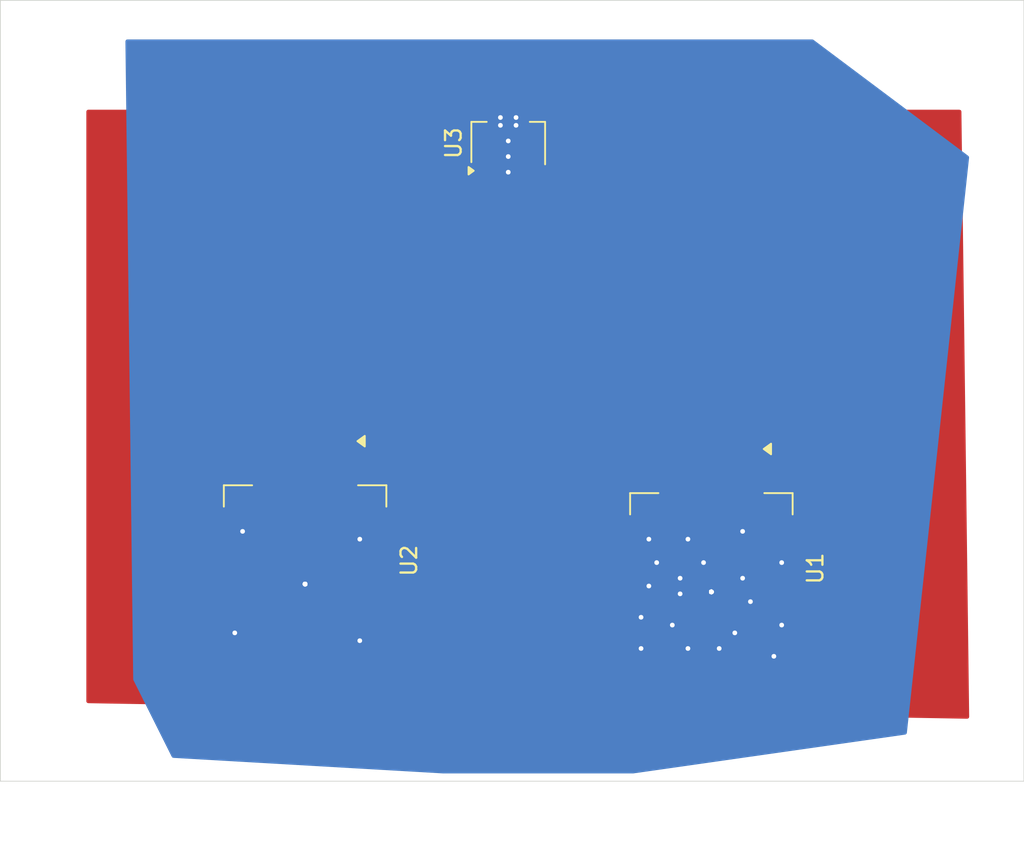
<source format=kicad_pcb>
(kicad_pcb (version 20241229) (generator "pcbnew") (generator_version "9.0")
  (layers (0 "F.Cu" signal) (4 "In1.Cu" signal) (6 "In2.Cu" signal) (8 "In3.Cu" signal) (10 "In4.Cu" signal) (2 "B.Cu" signal) (13 "F.Paste" user) (15 "B.Paste" user) (5 "F.SilkS" user "F.Silkscreen") (7 "B.SilkS" user "B.Silkscreen") (1 "F.Mask" user) (3 "B.Mask" user) (25 "Edge.Cuts" user))
  (net 0 "")
  (net 1 "Net-(U1-ADJ)")
  (net 2 "GND")
  (net 3 "Net-(U2-VO)")
  (net 4 "Net-(U1-VO)")
  (footprint "Package_TO_SOT_SMD:TO-263-2" (layer "F.Cu") (at 103 100.875 -90)
    (property "Reference" "U2" (at 0 -6.65 90) (layer "F.SilkS"))
    (property "Value" "LM337_TO263")
    (fp_line (start -4.825 5.2) (end -4.825 3.39) (stroke (width 0.12)) (layer "F.SilkS"))
    (fp_line (start -3.46 5.2) (end -4.825 5.2) (stroke (width 0.12)) (layer "F.SilkS"))
    (fp_line (start -4.825 -5.2) (end -4.825 -3.39) (stroke (width 0.12)) (layer "F.SilkS"))
    (fp_line (start -3.46 -5.2) (end -4.825 -5.2) (stroke (width 0.12)) (layer "F.SilkS"))
    (fp_poly (pts (xy -7.65 -3.35) (xy -7.99 -3.82) (xy -7.31 -3.82)) (stroke (width 0.12)) (fill yes) (layer "F.SilkS"))
    (pad "1" smd roundrect (at -7.65 -2.54 270) (size 4.6 1.1) (layers "F.Cu" "F.Mask" "F.Paste") (roundrect_rratio 0.227273) (net 4 "Net-(U1-VO)"))
    (pad "2" smd roundrect (at 1.5 0 270) (size 9.4 10.8) (layers "F.Cu" "F.Mask") (roundrect_rratio 0.026596) (net 2 "GND"))
    (pad "3" smd roundrect (at -7.65 2.54 270) (size 4.6 1.1) (layers "F.Cu" "F.Mask" "F.Paste") (roundrect_rratio 0.227273) (net 3 "Net-(U2-VO)"))
  )
  (footprint "Package_TO_SOT_SMD:SOT-89-3" (layer "F.Cu") (at 116 74.1375 90)
    (property "Reference" "U3" (at 0 -3.5 90) (layer "F.SilkS"))
    (property "Value" "L79L08_SOT89")
    (fp_line (start -1.22 -2.36) (end 1.36 -2.36) (stroke (width 0.12)) (layer "F.SilkS"))
    (fp_line (start 1.36 -1.38) (end 1.36 -2.36) (stroke (width 0.12)) (layer "F.SilkS"))
    (fp_line (start 1.36 1.38) (end 1.36 2.36) (stroke (width 0.12)) (layer "F.SilkS"))
    (fp_line (start 1.36 2.36) (end -1.36 2.36) (stroke (width 0.12)) (layer "F.SilkS"))
    (fp_poly (pts (xy -1.77 -2.21) (xy -2.01 -2.54) (xy -1.53 -2.54) (xy -1.77 -2.21)) (stroke (width 0.12)) (fill yes) (layer "F.SilkS"))
    (pad "1" smd roundrect (at -1.95 -1.5 90) (size 1.3 0.9) (layers "F.Cu" "F.Mask" "F.Paste") (net 3 "Net-(U2-VO)"))
    (pad "2" smd custom (at -1.8625 0 90) (size 1.475 0.9) (layers "F.Cu" "F.Mask" "F.Paste") (net 2 "GND") (options (clearance outline) (anchor rect)) (primitives (gr_poly (pts (xy 3.8625 0.8665) (xy 0.7375 0.8665) (xy 0.7375 -0.8665) (xy 3.8625 -0.8665)) (width 0) (fill yes))))
    (pad "3" smd roundrect (at -1.95 1.5 90) (size 1.3 0.9) (layers "F.Cu" "F.Mask" "F.Paste") (net 1 "Net-(U1-ADJ)"))
  )
  (footprint "Package_TO_SOT_SMD:TO-263-2" (layer "F.Cu") (at 129 101.375 -90)
    (property "Reference" "U1" (at 0 -6.65 90) (layer "F.SilkS"))
    (property "Value" "LM337_TO263")
    (fp_line (start -4.825 5.2) (end -4.825 3.39) (stroke (width 0.12)) (layer "F.SilkS"))
    (fp_line (start -3.46 5.2) (end -4.825 5.2) (stroke (width 0.12)) (layer "F.SilkS"))
    (fp_line (start -4.825 -5.2) (end -4.825 -3.39) (stroke (width 0.12)) (layer "F.SilkS"))
    (fp_line (start -3.46 -5.2) (end -4.825 -5.2) (stroke (width 0.12)) (layer "F.SilkS"))
    (fp_poly (pts (xy -7.65 -3.35) (xy -7.99 -3.82) (xy -7.31 -3.82)) (stroke (width 0.12)) (fill yes) (layer "F.SilkS"))
    (pad "1" smd roundrect (at -7.65 -2.54 270) (size 4.6 1.1) (layers "F.Cu" "F.Mask" "F.Paste") (roundrect_rratio 0.227273) (net 1 "Net-(U1-ADJ)"))
    (pad "2" smd roundrect (at 1.5 0 270) (size 9.4 10.8) (layers "F.Cu" "F.Mask") (roundrect_rratio 0.026596) (net 2 "GND"))
    (pad "3" smd roundrect (at -7.65 2.54 270) (size 4.6 1.1) (layers "F.Cu" "F.Mask" "F.Paste") (roundrect_rratio 0.227273) (net 4 "Net-(U1-VO)"))
  )
  (gr_rect (start 83.5 65) (end 149 115) (stroke (width 0.05)) (fill no) (layer "Edge.Cuts"))
  (segment (start 131.54 93.725) (end 131.54 91.04) (width 1) (layer "F.Cu") (net 1))
  (segment (start 131.54 91.04) (end 131.5 91) (width 1) (layer "F.Cu") (net 1))
  (segment (start 130.5 90) (end 127.5 90) (width 1) (layer "F.Cu") (net 1))
  (segment (start 131.5 91) (end 130.5 90) (width 1) (layer "F.Cu") (net 1))
  (via (at 131 102) (size 0.6) (drill 0.3) (layers "F.Cu" "B.Cu") (net 2))
  (via (at 131.5 103.5) (size 0.6) (drill 0.3) (layers "F.Cu" "B.Cu") (net 2))
  (via (at 129 102.875) (size 0.6) (drill 0.3) (layers "F.Cu" "B.Cu") (net 2))
  (via (at 103 102.375) (size 0.6) (drill 0.3) (layers "F.Cu" "B.Cu") (net 2))
  (via (at 103 102.375) (size 0.6) (drill 0.3) (layers "F.Cu" "B.Cu") (net 2))
  (via (at 106.5 106) (size 0.6) (drill 0.3) (layers "F.Cu" "B.Cu") (net 2))
  (via (at 129 102.875) (size 0.6) (drill 0.3) (layers "F.Cu" "B.Cu") (net 2))
  (via (at 131 99) (size 0.6) (drill 0.3) (layers "F.Cu" "B.Cu") (net 2))
  (via (at 103 102.375) (size 0.6) (drill 0.3) (layers "F.Cu" "B.Cu") (net 2))
  (via (at 133.5 105) (size 0.6) (drill 0.3) (layers "F.Cu" "B.Cu") (net 2))
  (via (at 106.5 99.5) (size 0.6) (drill 0.3) (layers "F.Cu" "B.Cu") (net 2))
  (via (at 103 102.375) (size 0.6) (drill 0.3) (layers "F.Cu" "B.Cu") (net 2))
  (via (at 129 102.875) (size 0.6) (drill 0.3) (layers "F.Cu" "B.Cu") (net 2))
  (via (at 116.5 73) (size 0.6) (drill 0.3) (layers "F.Cu" "B.Cu") (net 2))
  (via (at 115.5 72.5) (size 0.6) (drill 0.3) (layers "F.Cu" "B.Cu") (net 2))
  (via (at 129 102.875) (size 0.6) (drill 0.3) (layers "F.Cu" "B.Cu") (net 2))
  (via (at 130.5 105.5) (size 0.6) (drill 0.3) (layers "F.Cu" "B.Cu") (net 2))
  (via (at 103 102.375) (size 0.6) (drill 0.3) (layers "F.Cu" "B.Cu") (net 2))
  (via (at 129 102.875) (size 0.6) (drill 0.3) (layers "F.Cu" "B.Cu") (net 2))
  (via (at 116 76) (size 0.6) (drill 0.3) (layers "F.Cu" "B.Cu") (net 2))
  (via (at 129 102.875) (size 0.6) (drill 0.3) (layers "F.Cu" "B.Cu") (net 2))
  (via (at 99 99) (size 0.6) (drill 0.3) (layers "F.Cu" "B.Cu") (net 2))
  (via (at 116 74) (size 0.6) (drill 0.3) (layers "F.Cu" "B.Cu") (net 2))
  (via (at 125.5 101) (size 0.6) (drill 0.3) (layers "F.Cu" "B.Cu") (net 2))
  (via (at 127 103) (size 0.6) (drill 0.3) (layers "F.Cu" "B.Cu") (net 2))
  (via (at 129 102.875) (size 0.6) (drill 0.3) (layers "F.Cu" "B.Cu") (net 2))
  (via (at 129 102.875) (size 0.6) (drill 0.3) (layers "F.Cu" "B.Cu") (net 2))
  (via (at 125 99.5) (size 0.6) (drill 0.3) (layers "F.Cu" "B.Cu") (net 2))
  (via (at 129 102.875) (size 0.6) (drill 0.3) (layers "F.Cu" "B.Cu") (net 2))
  (via (at 129 102.875) (size 0.6) (drill 0.3) (layers "F.Cu" "B.Cu") (net 2))
  (via (at 124.5 104.5) (size 0.6) (drill 0.3) (layers "F.Cu" "B.Cu") (net 2))
  (via (at 129 102.875) (size 0.6) (drill 0.3) (layers "F.Cu" "B.Cu") (net 2))
  (via (at 127.5 106.5) (size 0.6) (drill 0.3) (layers "F.Cu" "B.Cu") (net 2))
  (via (at 129 102.875) (size 0.6) (drill 0.3) (layers "F.Cu" "B.Cu") (net 2))
  (via (at 115.5 73) (size 0.6) (drill 0.3) (layers "F.Cu" "B.Cu") (net 2))
  (via (at 129 102.875) (size 0.6) (drill 0.3) (layers "F.Cu" "B.Cu") (net 2))
  (via (at 129 102.875) (size 0.6) (drill 0.3) (layers "F.Cu" "B.Cu") (net 2))
  (via (at 124.5 106.5) (size 0.6) (drill 0.3) (layers "F.Cu" "B.Cu") (net 2))
  (via (at 103 102.375) (size 0.6) (drill 0.3) (layers "F.Cu" "B.Cu") (net 2))
  (via (at 129 102.875) (size 0.6) (drill 0.3) (layers "F.Cu" "B.Cu") (net 2))
  (via (at 103 102.375) (size 0.6) (drill 0.3) (layers "F.Cu" "B.Cu") (net 2))
  (via (at 129 102.875) (size 0.6) (drill 0.3) (layers "F.Cu" "B.Cu") (net 2))
  (via (at 133.5 101) (size 0.6) (drill 0.3) (layers "F.Cu" "B.Cu") (net 2))
  (via (at 116 75) (size 0.6) (drill 0.3) (layers "F.Cu" "B.Cu") (net 2))
  (via (at 116.5 72.5) (size 0.6) (drill 0.3) (layers "F.Cu" "B.Cu") (net 2))
  (via (at 129 102.875) (size 0.6) (drill 0.3) (layers "F.Cu" "B.Cu") (net 2))
  (via (at 103 102.375) (size 0.6) (drill 0.3) (layers "F.Cu" "B.Cu") (net 2))
  (via (at 129 102.875) (size 0.6) (drill 0.3) (layers "F.Cu" "B.Cu") (net 2))
  (via (at 103 102.375) (size 0.6) (drill 0.3) (layers "F.Cu" "B.Cu") (net 2))
  (via (at 127.5 99.5) (size 0.6) (drill 0.3) (layers "F.Cu" "B.Cu") (net 2))
  (via (at 129 102.875) (size 0.6) (drill 0.3) (layers "F.Cu" "B.Cu") (net 2))
  (via (at 98.5 105.5) (size 0.6) (drill 0.3) (layers "F.Cu" "B.Cu") (net 2))
  (via (at 129.5 106.5) (size 0.6) (drill 0.3) (layers "F.Cu" "B.Cu") (net 2))
  (via (at 127 102) (size 0.6) (drill 0.3) (layers "F.Cu" "B.Cu") (net 2))
  (via (at 129 102.875) (size 0.6) (drill 0.3) (layers "F.Cu" "B.Cu") (net 2))
  (via (at 126.5 105) (size 0.6) (drill 0.3) (layers "F.Cu" "B.Cu") (net 2))
  (via (at 103 102.375) (size 0.6) (drill 0.3) (layers "F.Cu" "B.Cu") (net 2))
  (via (at 129 102.875) (size 0.6) (drill 0.3) (layers "F.Cu" "B.Cu") (net 2))
  (via (at 133 107) (size 0.6) (drill 0.3) (layers "F.Cu" "B.Cu") (net 2))
  (via (at 103 102.375) (size 0.6) (drill 0.3) (layers "F.Cu" "B.Cu") (net 2))
  (via (at 128.5 101) (size 0.6) (drill 0.3) (layers "F.Cu" "B.Cu") (net 2))
  (via (at 125 102.5) (size 0.6) (drill 0.3) (layers "F.Cu" "B.Cu") (net 2))
  (zone (net 2) (net_name "GND") (layer "F.Cu") (connect_pads yes (clearance 0.5)) (min_thickness 0.25) (fill yes (thermal_gap 0.5) (thermal_bridge_width 0.5))
    (polygon (pts (xy 145 72) (xy 145.5 111) (xy 89 110) (xy 89 72)))
  )
  (zone (net 2) (net_name "GND") (layer "B.Cu") (priority 1) (connect_pads (clearance 0.5)) (min_thickness 0.25) (fill yes (thermal_gap 0.5) (thermal_bridge_width 0.5))
    (polygon (pts (xy 91.5 67.5) (xy 92 108.5) (xy 94.5 113.5) (xy 120.5 115) (xy 141.5 112) (xy 145.5 75) (xy 135.5 67.5)))
  )
)
</source>
